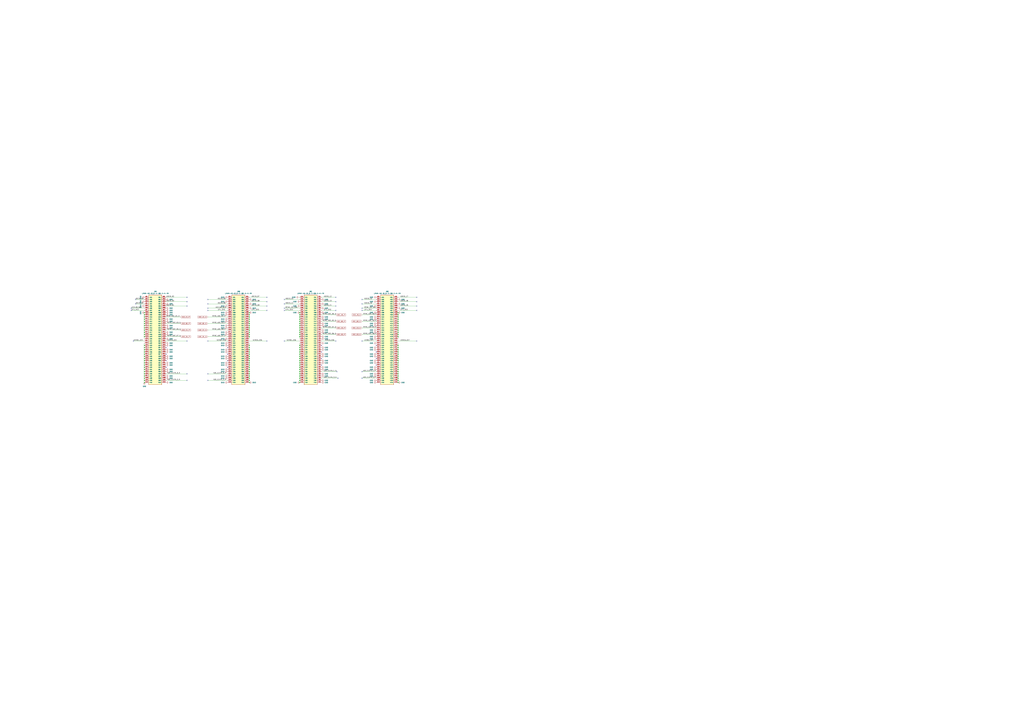
<source format=kicad_sch>
(kicad_sch (version 20211123) (generator eeschema)
  (paper "A0")
  (title_block (title "ADC CONNECTOR") (comment 1 "This is what you get when you let a comp sci do board design"))
  (junction (at 462.28 424.18))
  (junction (at 167.64 368.3))
  (junction (at 347.98 431.8))
  (junction (at 462.28 403.86))
  (junction (at 347.98 414.02))
  (junction (at 167.64 383.54))
  (junction (at 347.98 444.5))
  (junction (at 462.28 419.1))
  (junction (at 167.64 406.4))
  (junction (at 347.98 378.46))
  (junction (at 167.64 416.56))
  (junction (at 289.56 441.96))
  (junction (at 462.28 439.42))
  (junction (at 347.98 386.08))
  (junction (at 289.56 421.64))
  (junction (at 347.98 363.22))
  (junction (at 167.64 429.26))
  (junction (at 167.64 431.8))
  (junction (at 347.98 401.32))
  (junction (at 167.64 421.64))
  (junction (at 289.56 363.22))
  (junction (at 347.98 421.64))
  (junction (at 462.28 383.54))
  (junction (at 167.64 365.76))
  (junction (at 462.28 416.56))
  (junction (at 167.64 388.62))
  (junction (at 167.64 403.86))
  (junction (at 167.64 408.94))
  (junction (at 347.98 368.3))
  (junction (at 167.64 391.16))
  (junction (at 289.56 408.94))
  (junction (at 462.28 388.62))
  (junction (at 167.64 441.96))
  (junction (at 462.28 373.38))
  (junction (at 167.64 434.34))
  (junction (at 347.98 375.92))
  (junction (at 462.28 401.32))
  (junction (at 289.56 373.38))
  (junction (at 347.98 426.72))
  (junction (at 347.98 416.56))
  (junction (at 462.28 414.02))
  (junction (at 462.28 370.84))
  (junction (at 347.98 373.38))
  (junction (at 462.28 429.26))
  (junction (at 462.28 408.94))
  (junction (at 289.56 391.16))
  (junction (at 289.56 439.42))
  (junction (at 347.98 441.96))
  (junction (at 347.98 406.4))
  (junction (at 347.98 424.18))
  (junction (at 167.64 419.1))
  (junction (at 289.56 419.1))
  (junction (at 462.28 386.08))
  (junction (at 462.28 436.88))
  (junction (at 347.98 411.48))
  (junction (at 289.56 401.32))
  (junction (at 289.56 365.76))
  (junction (at 347.98 436.88))
  (junction (at 347.98 403.86))
  (junction (at 167.64 378.46))
  (junction (at 289.56 429.26))
  (junction (at 289.56 368.3))
  (junction (at 462.28 426.72))
  (junction (at 289.56 378.46))
  (junction (at 289.56 370.84))
  (junction (at 167.64 370.84))
  (junction (at 167.64 401.32))
  (junction (at 462.28 441.96))
  (junction (at 289.56 444.5))
  (junction (at 289.56 383.54))
  (junction (at 347.98 388.62))
  (junction (at 289.56 375.92))
  (junction (at 289.56 388.62))
  (junction (at 289.56 416.56))
  (junction (at 289.56 424.18))
  (junction (at 167.64 381))
  (junction (at 347.98 365.76))
  (junction (at 462.28 431.8))
  (junction (at 289.56 426.72))
  (junction (at 289.56 434.34))
  (junction (at 462.28 375.92))
  (junction (at 167.64 373.38))
  (junction (at 289.56 414.02))
  (junction (at 167.64 436.88))
  (junction (at 347.98 408.94))
  (junction (at 462.28 368.3))
  (junction (at 462.28 378.46))
  (junction (at 347.98 429.26))
  (junction (at 289.56 431.8))
  (junction (at 167.64 424.18))
  (junction (at 462.28 363.22))
  (junction (at 167.64 411.48))
  (junction (at 289.56 406.4))
  (junction (at 167.64 426.72))
  (junction (at 462.28 434.34))
  (junction (at 462.28 411.48))
  (junction (at 347.98 383.54))
  (junction (at 289.56 403.86))
  (junction (at 167.64 363.22))
  (junction (at 462.28 365.76))
  (junction (at 347.98 439.42))
  (junction (at 167.64 439.42))
  (junction (at 167.64 444.5))
  (junction (at 289.56 436.88))
  (junction (at 289.56 381))
  (junction (at 347.98 370.84))
  (junction (at 462.28 406.4))
  (junction (at 462.28 421.64))
  (junction (at 167.64 375.92))
  (junction (at 462.28 444.5))
  (junction (at 347.98 391.16))
  (junction (at 347.98 381))
  (junction (at 167.64 414.02))
  (junction (at 289.56 411.48))
  (junction (at 462.28 381))
  (junction (at 347.98 434.34))
  (junction (at 289.56 386.08))
  (junction (at 347.98 419.1))
  (junction (at 167.64 386.08))
  (junction (at 462.28 391.16))
  (no_connect (at 420.37 360.68))
  (no_connect (at 241.3 347.98))
  (no_connect (at 241.3 434.34))
  (no_connect (at 309.88 350.52))
  (no_connect (at 241.3 441.96))
  (no_connect (at 330.2 396.24))
  (no_connect (at 217.17 396.24))
  (no_connect (at 420.37 439.42))
  (no_connect (at 330.2 358.14))
  (no_connect (at 193.04 403.86))
  (no_connect (at 193.04 411.48))
  (no_connect (at 193.04 419.1))
  (no_connect (at 193.04 426.72))
  (no_connect (at 264.16 411.48))
  (no_connect (at 264.16 419.1))
  (no_connect (at 264.16 426.72))
  (no_connect (at 264.16 403.86))
  (no_connect (at 420.37 347.98))
  (no_connect (at 483.87 345.44))
  (no_connect (at 483.87 350.52))
  (no_connect (at 483.87 355.6))
  (no_connect (at 483.87 360.68))
  (no_connect (at 483.87 396.24))
  (no_connect (at 154.94 396.24))
  (no_connect (at 152.4 360.68))
  (no_connect (at 152.4 358.14))
  (no_connect (at 157.48 347.98))
  (no_connect (at 157.48 353.06))
  (no_connect (at 373.38 401.32))
  (no_connect (at 373.38 408.94))
  (no_connect (at 373.38 416.56))
  (no_connect (at 373.38 424.18))
  (no_connect (at 436.88 416.56))
  (no_connect (at 436.88 424.18))
  (no_connect (at 436.88 401.32))
  (no_connect (at 436.88 408.94))
  (no_connect (at 309.88 345.44))
  (no_connect (at 330.2 347.98))
  (no_connect (at 217.17 350.52))
  (no_connect (at 217.17 434.34))
  (no_connect (at 217.17 355.6))
  (no_connect (at 420.37 353.06))
  (no_connect (at 389.89 396.24))
  (no_connect (at 330.2 353.06))
  (no_connect (at 391.16 431.8))
  (no_connect (at 309.88 355.6))
  (no_connect (at 420.37 358.14))
  (no_connect (at 241.3 353.06))
  (no_connect (at 241.3 396.24))
  (no_connect (at 241.3 358.14))
  (no_connect (at 309.88 396.24))
  (no_connect (at 389.89 345.44))
  (no_connect (at 420.37 396.24))
  (no_connect (at 389.89 360.68))
  (no_connect (at 389.89 355.6))
  (no_connect (at 389.89 350.52))
  (no_connect (at 309.88 360.68))
  (no_connect (at 217.17 441.96))
  (no_connect (at 217.17 345.44))
  (no_connect (at 241.3 360.68))
  (no_connect (at 420.37 431.8))
  (no_connect (at 330.2 360.68))
  (no_connect (at 392.43 439.42))
  (wire (pts (xy 167.64 424.18) (xy 167.64 426.72)))
  (wire (pts (xy 462.28 408.94) (xy 462.28 411.48)))
  (wire (pts (xy 462.28 436.88) (xy 462.28 439.42)))
  (wire (pts (xy 289.56 431.8) (xy 289.56 434.34)))
  (wire (pts (xy 373.38 350.52) (xy 389.89 350.52)))
  (wire (pts (xy 167.64 408.94) (xy 167.64 411.48)))
  (wire (pts (xy 347.98 431.8) (xy 347.98 434.34)))
  (wire (pts (xy 167.64 401.32) (xy 167.64 403.86)))
  (wire (pts (xy 347.98 368.3) (xy 347.98 370.84)))
  (wire (pts (xy 289.56 355.6) (xy 309.88 355.6)))
  (wire (pts (xy 289.56 391.16) (xy 289.56 393.7)))
  (wire (pts (xy 289.56 416.56) (xy 289.56 419.1)))
  (wire (pts (xy 289.56 429.26) (xy 289.56 431.8)))
  (wire (pts (xy 289.56 436.88) (xy 289.56 439.42)))
  (wire (pts (xy 330.2 358.14) (xy 347.98 358.14)))
  (wire (pts (xy 462.28 434.34) (xy 462.28 436.88)))
  (wire (pts (xy 289.56 375.92) (xy 289.56 378.46)))
  (wire (pts (xy 389.89 373.38) (xy 373.38 373.38)))
  (wire (pts (xy 152.4 360.68) (xy 167.64 360.68)))
  (wire (pts (xy 167.64 419.1) (xy 167.64 421.64)))
  (wire (pts (xy 347.98 363.22) (xy 347.98 365.76)))
  (wire (pts (xy 193.04 355.6) (xy 217.17 355.6)))
  (wire (pts (xy 347.98 403.86) (xy 347.98 406.4)))
  (wire (pts (xy 289.56 398.78) (xy 289.56 401.32)))
  (wire (pts (xy 154.94 396.24) (xy 167.64 396.24)))
  (wire (pts (xy 373.38 431.8) (xy 391.16 431.8)))
  (wire (pts (xy 347.98 441.96) (xy 347.98 444.5)))
  (wire (pts (xy 167.64 378.46) (xy 167.64 381)))
  (wire (pts (xy 193.04 396.24) (xy 217.17 396.24)))
  (wire (pts (xy 373.38 396.24) (xy 389.89 396.24)))
  (wire (pts (xy 462.28 386.08) (xy 462.28 388.62)))
  (wire (pts (xy 289.56 365.76) (xy 289.56 368.3)))
  (wire (pts (xy 347.98 370.84) (xy 347.98 373.38)))
  (wire (pts (xy 330.2 360.68) (xy 347.98 360.68)))
  (wire (pts (xy 462.28 401.32) (xy 462.28 403.86)))
  (wire (pts (xy 289.56 424.18) (xy 289.56 426.72)))
  (wire (pts (xy 167.64 421.64) (xy 167.64 424.18)))
  (wire (pts (xy 420.37 439.42) (xy 436.88 439.42)))
  (wire (pts (xy 347.98 378.46) (xy 347.98 381)))
  (wire (pts (xy 462.28 355.6) (xy 483.87 355.6)))
  (wire (pts (xy 462.28 414.02) (xy 462.28 416.56)))
  (wire (pts (xy 347.98 383.54) (xy 347.98 386.08)))
  (wire (pts (xy 420.37 388.62) (xy 436.88 388.62)))
  (wire (pts (xy 462.28 383.54) (xy 462.28 386.08)))
  (wire (pts (xy 330.2 353.06) (xy 347.98 353.06)))
  (wire (pts (xy 289.56 381) (xy 289.56 383.54)))
  (wire (pts (xy 289.56 403.86) (xy 289.56 406.4)))
  (wire (pts (xy 167.64 363.22) (xy 167.64 365.76)))
  (wire (pts (xy 193.04 434.34) (xy 217.17 434.34)))
  (wire (pts (xy 462.28 416.56) (xy 462.28 419.1)))
  (wire (pts (xy 420.37 381) (xy 436.88 381)))
  (wire (pts (xy 289.56 421.64) (xy 289.56 424.18)))
  (wire (pts (xy 347.98 429.26) (xy 347.98 431.8)))
  (wire (pts (xy 241.3 441.96) (xy 264.16 441.96)))
  (wire (pts (xy 347.98 375.92) (xy 347.98 378.46)))
  (wire (pts (xy 347.98 373.38) (xy 347.98 375.92)))
  (wire (pts (xy 462.28 365.76) (xy 462.28 368.3)))
  (wire (pts (xy 347.98 414.02) (xy 347.98 416.56)))
  (wire (pts (xy 167.64 368.3) (xy 167.64 370.84)))
  (wire (pts (xy 289.56 408.94) (xy 289.56 411.48)))
  (wire (pts (xy 289.56 383.54) (xy 289.56 386.08)))
  (wire (pts (xy 241.3 396.24) (xy 264.16 396.24)))
  (wire (pts (xy 167.64 426.72) (xy 167.64 429.26)))
  (wire (pts (xy 420.37 365.76) (xy 436.88 365.76)))
  (wire (pts (xy 389.89 388.62) (xy 373.38 388.62)))
  (wire (pts (xy 167.64 441.96) (xy 167.64 444.5)))
  (wire (pts (xy 289.56 426.72) (xy 289.56 429.26)))
  (wire (pts (xy 373.38 355.6) (xy 389.89 355.6)))
  (wire (pts (xy 462.28 403.86) (xy 462.28 406.4)))
  (wire (pts (xy 347.98 411.48) (xy 347.98 414.02)))
  (wire (pts (xy 347.98 434.34) (xy 347.98 436.88)))
  (wire (pts (xy 462.28 406.4) (xy 462.28 408.94)))
  (wire (pts (xy 289.56 414.02) (xy 289.56 416.56)))
  (wire (pts (xy 241.3 375.92) (xy 264.16 375.92)))
  (wire (pts (xy 289.56 370.84) (xy 289.56 373.38)))
  (wire (pts (xy 167.64 416.56) (xy 167.64 419.1)))
  (wire (pts (xy 167.64 370.84) (xy 167.64 373.38)))
  (wire (pts (xy 193.04 375.92) (xy 209.55 375.92)))
  (wire (pts (xy 462.28 421.64) (xy 462.28 424.18)))
  (wire (pts (xy 420.37 396.24) (xy 436.88 396.24)))
  (wire (pts (xy 330.2 347.98) (xy 347.98 347.98)))
  (wire (pts (xy 462.28 363.22) (xy 462.28 365.76)))
  (wire (pts (xy 462.28 350.52) (xy 483.87 350.52)))
  (wire (pts (xy 241.3 347.98) (xy 264.16 347.98)))
  (wire (pts (xy 157.48 347.98) (xy 167.64 347.98)))
  (wire (pts (xy 289.56 388.62) (xy 289.56 391.16)))
  (wire (pts (xy 462.28 439.42) (xy 462.28 441.96)))
  (wire (pts (xy 241.3 434.34) (xy 264.16 434.34)))
  (wire (pts (xy 167.64 434.34) (xy 167.64 436.88)))
  (wire (pts (xy 167.64 398.78) (xy 167.64 401.32)))
  (wire (pts (xy 167.64 411.48) (xy 167.64 414.02)))
  (wire (pts (xy 462.28 391.16) (xy 462.28 393.7)))
  (wire (pts (xy 289.56 363.22) (xy 289.56 365.76)))
  (wire (pts (xy 462.28 411.48) (xy 462.28 414.02)))
  (wire (pts (xy 347.98 381) (xy 347.98 383.54)))
  (wire (pts (xy 167.64 414.02) (xy 167.64 416.56)))
  (wire (pts (xy 420.37 358.14) (xy 436.88 358.14)))
  (wire (pts (xy 373.38 360.68) (xy 389.89 360.68)))
  (wire (pts (xy 420.37 360.68) (xy 436.88 360.68)))
  (wire (pts (xy 167.64 381) (xy 167.64 383.54)))
  (wire (pts (xy 347.98 408.94) (xy 347.98 411.48)))
  (wire (pts (xy 420.37 373.38) (xy 436.88 373.38)))
  (wire (pts (xy 289.56 406.4) (xy 289.56 408.94)))
  (wire (pts (xy 167.64 373.38) (xy 167.64 375.92)))
  (wire (pts (xy 462.28 419.1) (xy 462.28 421.64)))
  (wire (pts (xy 462.28 373.38) (xy 462.28 375.92)))
  (wire (pts (xy 347.98 421.64) (xy 347.98 424.18)))
  (wire (pts (xy 347.98 388.62) (xy 347.98 391.16)))
  (wire (pts (xy 347.98 365.76) (xy 347.98 368.3)))
  (wire (pts (xy 289.56 401.32) (xy 289.56 403.86)))
  (wire (pts (xy 462.28 441.96) (xy 462.28 444.5)))
  (wire (pts (xy 289.56 378.46) (xy 289.56 381)))
  (wire (pts (xy 462.28 429.26) (xy 462.28 431.8)))
  (wire (pts (xy 152.4 358.14) (xy 167.64 358.14)))
  (wire (pts (xy 241.3 368.3) (xy 264.16 368.3)))
  (wire (pts (xy 241.3 358.14) (xy 264.16 358.14)))
  (wire (pts (xy 347.98 426.72) (xy 347.98 429.26)))
  (wire (pts (xy 289.56 411.48) (xy 289.56 414.02)))
  (wire (pts (xy 193.04 391.16) (xy 209.55 391.16)))
  (wire (pts (xy 462.28 345.44) (xy 483.87 345.44)))
  (wire (pts (xy 167.64 383.54) (xy 167.64 386.08)))
  (wire (pts (xy 389.89 365.76) (xy 373.38 365.76)))
  (wire (pts (xy 289.56 350.52) (xy 309.88 350.52)))
  (wire (pts (xy 241.3 353.06) (xy 264.16 353.06)))
  (wire (pts (xy 347.98 406.4) (xy 347.98 408.94)))
  (wire (pts (xy 167.64 365.76) (xy 167.64 368.3)))
  (wire (pts (xy 167.64 403.86) (xy 167.64 406.4)))
  (wire (pts (xy 289.56 368.3) (xy 289.56 370.84)))
  (wire (pts (xy 193.04 441.96) (xy 217.17 441.96)))
  (wire (pts (xy 289.56 360.68) (xy 309.88 360.68)))
  (wire (pts (xy 420.37 347.98) (xy 436.88 347.98)))
  (wire (pts (xy 347.98 398.78) (xy 347.98 401.32)))
  (wire (pts (xy 462.28 424.18) (xy 462.28 426.72)))
  (wire (pts (xy 373.38 439.42) (xy 392.43 439.42)))
  (wire (pts (xy 167.64 386.08) (xy 167.64 388.62)))
  (wire (pts (xy 347.98 386.08) (xy 347.98 388.62)))
  (wire (pts (xy 462.28 370.84) (xy 462.28 373.38)))
  (wire (pts (xy 373.38 345.44) (xy 389.89 345.44)))
  (wire (pts (xy 330.2 396.24) (xy 347.98 396.24)))
  (wire (pts (xy 347.98 424.18) (xy 347.98 426.72)))
  (wire (pts (xy 347.98 419.1) (xy 347.98 421.64)))
  (wire (pts (xy 420.37 353.06) (xy 436.88 353.06)))
  (wire (pts (xy 289.56 439.42) (xy 289.56 441.96)))
  (wire (pts (xy 157.48 353.06) (xy 167.64 353.06)))
  (wire (pts (xy 347.98 416.56) (xy 347.98 419.1)))
  (wire (pts (xy 167.64 406.4) (xy 167.64 408.94)))
  (wire (pts (xy 462.28 381) (xy 462.28 383.54)))
  (wire (pts (xy 389.89 381) (xy 373.38 381)))
  (wire (pts (xy 462.28 431.8) (xy 462.28 434.34)))
  (wire (pts (xy 167.64 388.62) (xy 167.64 391.16)))
  (wire (pts (xy 264.16 383.54) (xy 241.3 383.54)))
  (wire (pts (xy 193.04 383.54) (xy 209.55 383.54)))
  (wire (pts (xy 462.28 375.92) (xy 462.28 378.46)))
  (wire (pts (xy 420.37 431.8) (xy 436.88 431.8)))
  (wire (pts (xy 347.98 439.42) (xy 347.98 441.96)))
  (wire (pts (xy 289.56 419.1) (xy 289.56 421.64)))
  (wire (pts (xy 462.28 360.68) (xy 483.87 360.68)))
  (wire (pts (xy 241.3 360.68) (xy 264.16 360.68)))
  (wire (pts (xy 347.98 391.16) (xy 347.98 393.7)))
  (wire (pts (xy 167.64 436.88) (xy 167.64 439.42)))
  (wire (pts (xy 167.64 375.92) (xy 167.64 378.46)))
  (wire (pts (xy 193.04 350.52) (xy 217.17 350.52)))
  (wire (pts (xy 289.56 386.08) (xy 289.56 388.62)))
  (wire (pts (xy 193.04 345.44) (xy 217.17 345.44)))
  (wire (pts (xy 167.64 391.16) (xy 167.64 393.7)))
  (wire (pts (xy 347.98 436.88) (xy 347.98 439.42)))
  (wire (pts (xy 462.28 378.46) (xy 462.28 381)))
  (wire (pts (xy 462.28 396.24) (xy 483.87 396.24)))
  (wire (pts (xy 289.56 441.96) (xy 289.56 444.5)))
  (wire (pts (xy 289.56 396.24) (xy 309.88 396.24)))
  (wire (pts (xy 462.28 398.78) (xy 462.28 401.32)))
  (wire (pts (xy 193.04 368.3) (xy 209.55 368.3)))
  (wire (pts (xy 347.98 401.32) (xy 347.98 403.86)))
  (wire (pts (xy 167.64 429.26) (xy 167.64 431.8)))
  (wire (pts (xy 289.56 434.34) (xy 289.56 436.88)))
  (wire (pts (xy 167.64 439.42) (xy 167.64 441.96)))
  (wire (pts (xy 167.64 431.8) (xy 167.64 434.34)))
  (wire (pts (xy 462.28 426.72) (xy 462.28 429.26)))
  (wire (pts (xy 289.56 373.38) (xy 289.56 375.92)))
  (wire (pts (xy 462.28 388.62) (xy 462.28 391.16)))
  (wire (pts (xy 241.3 391.16) (xy 264.16 391.16)))
  (wire (pts (xy 346.71 345.44) (xy 347.98 345.44)))
  (wire (pts (xy 462.28 368.3) (xy 462.28 370.84)))
  (wire (pts (xy 289.56 345.44) (xy 309.88 345.44)))
  (label "ADC_CLKIN_1_N" (at 375.92 431.8 0))
  (label "UTIL_3V3" (at 422.91 360.68 0))
  (label "UTIL_3V3" (at 252.73 360.68 0))
  (label "ADCIO_00" (at 157.48 347.98 0))
  (label "RFMC_ADC_03_P" (at 246.38 375.92 0))
  (label "ADCIO_08" (at 292.1 350.52 0))
  (label "RFMC_ADC_04_P" (at 421.64 381 0))
  (label "ADCIO_15" (at 422.91 347.98 0))
  (label "ADC_CLKIN_1_P" (at 421.64 431.8 0))
  (label "ADCIO_07" (at 292.1 345.44 0))
  (label "ADCIO_11" (at 331.47 353.06 0))
  (label "ADC_CLKIN_3_P" (at 421.64 439.42 0))
  (label "RFMC_ADC_02_P" (at 421.64 373.38 0))
  (label "VCM01_226" (at 332.74 396.24 0))
  (label "ADCIO_19" (at 464.82 355.6 0))
  (label "RFMC_I2C_SDA" (at 331.47 358.14 0))
  (label "ADCIO_04" (at 193.04 355.6 0))
  (label "ADCIO_17" (at 464.82 345.44 0))
  (label "ADCIO_10" (at 331.47 347.98 0))
  (label "ADCIO_06" (at 252.73 353.06 0))
  (label "UTIL_3V3" (at 464.82 360.68 0))
  (label "VCM01_224" (at 154.94 396.24 0))
  (label "RFMC_ADC_00_P" (at 421.64 365.76 0))
  (label "ADCIO_02" (at 193.04 345.44 0))
  (label "RFMC_ADC_05_N" (at 194.31 383.54 0))
  (label "RFMC_ADC_01_P" (at 246.38 368.3 0))
  (label "ADCIO_18" (at 464.82 350.52 0))
  (label "VCM01_227" (at 422.91 396.24 0))
  (label "ADCIO_09" (at 292.1 355.6 0))
  (label "VCM23_225" (at 293.37 396.24 0))
  (label "ADCIO_14" (at 375.92 355.6 0))
  (label "RFMC_ADC_02_N" (at 374.65 373.38 0))
  (label "RFMC_ADC_03_N" (at 194.31 375.92 0))
  (label "RFMC_ADC_04_N" (at 374.8984 381 0))
  (label "RFMC_I2C_SCL" (at 422.91 358.14 0))
  (label "VCC1V8_BUS" (at 250.19 358.14 0))
  (label "ADC_CLKIN_2_P" (at 247.65 441.96 0))
  (label "ADC_CLKIN_0_N" (at 194.31 434.34 0))
  (label "RFMC_ADC_06_P" (at 421.64 388.62 0))
  (label "RFMC_ADC_06_N" (at 374.65 388.62 0))
  (label "RFMC_ADC_05_P" (at 246.38 383.54 0))
  (label "VCC1V8_BUS" (at 152.4 358.14 0))
  (label "VCM01_225" (at 251.46 396.24 0))
  (label "UTIL_3V3" (at 292.1 360.68 0))
  (label "UTIL_3V3" (at 331.47 360.68 0))
  (label "RFMC_ADC_07_N" (at 194.31 391.16 0))
  (label "ADC_CLKIN_3_N" (at 375.92 439.42 0))
  (label "UTIL_3V3" (at 152.4 360.68 0))
  (label "ADCIO_13" (at 375.92 350.52 0))
  (label "RFMC_ADC_07_P" (at 246.38 391.16 0))
  (label "ADCIO_16" (at 422.91 353.06 0))
  (label "ADCIO_05" (at 252.73 347.98 0))
  (label "ADC_CLKIN_2_N" (at 194.31 441.96 0))
  (label "RFMC_ADC_01_N" (at 193.04 368.3 0))
  (label "VCM23_224" (at 194.31 396.24 0))
  (label "ADCIO_03" (at 193.04 350.52 0))
  (label "ADC_CLKIN_0_P" (at 247.65 434.34 0))
  (label "UTIL_3V3" (at 375.92 360.68 0))
  (label "RFMC_ADC_00_N" (at 374.65 365.76 0))
  (label "ADCIO_12" (at 375.92 345.44 0))
  (label "VCM23_226" (at 377.19 396.24 0))
  (label "VCM23_227" (at 464.82 396.24 0))
  (label "ADCIO_01" (at 157.48 353.06 0))
  (global_label "ADC_B0_N" (shape input) (at 420.37 373.38 180) (property "Intersheet References" "${INTERSHEET_REFS}" (effects hide)))
  (global_label "ADC_A1_N" (shape input) (at 241.3 368.3 180) (property "Intersheet References" "${INTERSHEET_REFS}" (effects hide)))
  (global_label "ADC_C1_P" (shape input) (at 209.55 383.54 0) (property "Intersheet References" "${INTERSHEET_REFS}" (effects hide)))
  (global_label "ADC_D1_P" (shape input) (at 209.55 391.16 0) (property "Intersheet References" "${INTERSHEET_REFS}" (effects hide)))
  (global_label "ADC_B1_P" (shape input) (at 209.55 375.92 0) (property "Intersheet References" "${INTERSHEET_REFS}" (effects hide)))
  (global_label "ADC_A0_P" (shape input) (at 389.89 365.76 0) (property "Intersheet References" "${INTERSHEET_REFS}" (effects hide)))
  (global_label "ADC_C1_N" (shape input) (at 241.3 383.54 180) (property "Intersheet References" "${INTERSHEET_REFS}" (effects hide)))
  (global_label "ADC_C0_P" (shape input) (at 389.89 381 0) (property "Intersheet References" "${INTERSHEET_REFS}" (effects hide)))
  (global_label "ADC_D1_N" (shape input) (at 241.3 391.16 180) (property "Intersheet References" "${INTERSHEET_REFS}" (effects hide)))
  (global_label "ADC_B0_P" (shape input) (at 389.89 373.38 0) (property "Intersheet References" "${INTERSHEET_REFS}" (effects hide)))
  (global_label "ADC_A1_P" (shape input) (at 209.55 368.3 0) (property "Intersheet References" "${INTERSHEET_REFS}" (effects hide)))
  (global_label "ADC_D0_P" (shape input) (at 389.89 388.62 0) (property "Intersheet References" "${INTERSHEET_REFS}" (effects hide)))
  (global_label "ADC_D0_N" (shape input) (at 420.37 388.62 180) (property "Intersheet References" "${INTERSHEET_REFS}" (effects hide)))
  (global_label "ADC_A0_N" (shape input) (at 420.37 365.76 180) (property "Intersheet References" "${INTERSHEET_REFS}" (effects hide)))
  (global_label "ADC_C0_N" (shape input) (at 420.37 381 180) (property "Intersheet References" "${INTERSHEET_REFS}" (effects hide)))
  (global_label "ADC_B1_N" (shape input) (at 241.3 375.92 180) (property "Intersheet References" "${INTERSHEET_REFS}" (effects hide)))
  (symbol (lib_id "RFSoC_Frontend_v0.1-rescue:LPAM-40-01.0-X-08-X-K-TR-SAMTEC-LPAM-RFSoC_Frontend_v0.1-rescue") (at 180.34 393.7 0) (unit 1)
    (property "Reference" "J9" (at 180.34 338.6582 0))
    (property "Value" "LPAM-40-01.0-X-08-X-K-TR" (at 180.34 340.9696 0))
    (property "Footprint" "SAMTEC_LPAM-40-01.0-X-08-X-K-TR" (effects hide))
    (property "MANUFACTURER" "Samtec" (effects hide))
    (property "PARTREV" "E" (effects hide))
    (property "MAXIMUM_PACKAGE_HEIGHT" "3.68mm" (effects hide))
    (property "STANDARD" "Manufacturer Recommendations" (effects hide))
  )
  (symbol (lib_id "RFSoC_Frontend_v0.1-rescue:LPAM-40-01.0-X-08-X-K-TR-SAMTEC-LPAM-RFSoC_Frontend_v0.1-rescue") (at 276.86 393.7 0) (unit 2)
    (property "Reference" "J9" (at 276.86 338.6582 0))
    (property "Value" "LPAM-40-01.0-X-08-X-K-TR" (at 276.86 340.9696 0))
    (property "Footprint" "SAMTEC_LPAM-40-01.0-X-08-X-K-TR" (effects hide))
    (property "MANUFACTURER" "Samtec" (effects hide))
    (property "PARTREV" "E" (effects hide))
    (property "MAXIMUM_PACKAGE_HEIGHT" "3.68mm" (effects hide))
    (property "STANDARD" "Manufacturer Recommendations" (effects hide))
  )
  (symbol (lib_id "RFSoC_Frontend_v0.1-rescue:LPAM-40-01.0-X-08-X-K-TR-SAMTEC-LPAM-RFSoC_Frontend_v0.1-rescue") (at 360.68 393.7 0) (unit 3)
    (property "Reference" "J9" (at 360.68 338.6582 0))
    (property "Value" "LPAM-40-01.0-X-08-X-K-TR" (at 360.68 340.9696 0))
    (property "Footprint" "SAMTEC_LPAM-40-01.0-X-08-X-K-TR" (effects hide))
    (property "MANUFACTURER" "Samtec" (effects hide))
    (property "PARTREV" "E" (effects hide))
    (property "MAXIMUM_PACKAGE_HEIGHT" "3.68mm" (effects hide))
    (property "STANDARD" "Manufacturer Recommendations" (effects hide))
  )
  (symbol (lib_id "RFSoC_Frontend_v0.1-rescue:LPAM-40-01.0-X-08-X-K-TR-SAMTEC-LPAM-RFSoC_Frontend_v0.1-rescue") (at 449.58 393.7 0) (unit 4)
    (property "Reference" "J9" (at 449.58 338.6582 0))
    (property "Value" "LPAM-40-01.0-X-08-X-K-TR" (at 449.58 340.9696 0))
    (property "Footprint" "SAMTEC_LPAM-40-01.0-X-08-X-K-TR" (effects hide))
    (property "MANUFACTURER" "Samtec" (effects hide))
    (property "PARTREV" "E" (effects hide))
    (property "MAXIMUM_PACKAGE_HEIGHT" "3.68mm" (effects hide))
    (property "STANDARD" "Manufacturer Recommendations" (effects hide))
  )
  (symbol (lib_id "power:GND") (at 167.64 444.5 0) (unit 1)
    (property "Reference" "#PWR035" (effects hide))
    (property "Value" "GND" (at 167.767 448.8942 0))
  )
  (symbol (lib_id "power:GND") (at 462.28 363.22 90) (unit 1)
    (property "Reference" "#PWR0162" (effects hide))
    (property "Value" "GND" (at 469.9 363.22 90) (effects (justify left)))
  )
  (symbol (lib_id "power:GND") (at 193.04 381 90) (unit 1)
    (property "Reference" "#PWR0221" (effects hide))
    (property "Value" "GND" (at 200.66 381 90) (effects (justify left)))
  )
  (symbol (lib_id "power:GND") (at 436.88 398.78 270) (unit 1)
    (property "Reference" "#PWR0200" (effects hide))
    (property "Value" "GND" (at 429.26 398.78 90) (effects (justify left)))
  )
  (symbol (lib_id "power:GND") (at 373.38 393.7 90) (unit 1)
    (property "Reference" "#PWR0176" (effects hide))
    (property "Value" "GND" (at 381 393.7 90) (effects (justify left)))
  )
  (symbol (lib_id "power:GND") (at 347.98 363.22 270) (unit 1)
    (property "Reference" "#PWR0109" (effects hide))
    (property "Value" "GND" (at 340.36 363.22 90) (effects (justify left)))
  )
  (symbol (lib_id "power:GND") (at 436.88 436.88 270) (unit 1)
    (property "Reference" "#PWR0197" (effects hide))
    (property "Value" "GND" (at 429.26 436.88 90) (effects (justify left)))
  )
  (symbol (lib_id "power:GND") (at 264.16 350.52 270) (unit 1)
    (property "Reference" "#PWR0139" (effects hide))
    (property "Value" "GND" (at 256.54 350.52 90) (effects (justify left)))
  )
  (symbol (lib_id "power:GND") (at 264.16 363.22 270) (unit 1)
    (property "Reference" "#PWR0142" (effects hide))
    (property "Value" "GND" (at 256.54 363.22 90) (effects (justify left)))
  )
  (symbol (lib_id "power:GND") (at 373.38 436.88 90) (unit 1)
    (property "Reference" "#PWR0154" (effects hide))
    (property "Value" "GND" (at 381 436.88 90) (effects (justify left)))
  )
  (symbol (lib_id "power:GND") (at 373.38 370.84 90) (unit 1)
    (property "Reference" "#PWR0166" (effects hide))
    (property "Value" "GND" (at 381 370.84 90) (effects (justify left)))
  )
  (symbol (lib_id "power:GND") (at 264.16 408.94 270) (unit 1)
    (property "Reference" "#PWR0130" (effects hide))
    (property "Value" "GND" (at 256.54 408.94 90) (effects (justify left)))
  )
  (symbol (lib_id "power:GND") (at 373.38 358.14 90) (unit 1)
    (property "Reference" "#PWR0168" (effects hide))
    (property "Value" "GND" (at 381 358.14 90) (effects (justify left)))
  )
  (symbol (lib_id "power:GND") (at 436.88 375.92 270) (unit 1)
    (property "Reference" "#PWR0186" (effects hide))
    (property "Value" "GND" (at 429.26 375.92 90) (effects (justify left)))
  )
  (symbol (lib_id "power:GND") (at 264.16 429.26 270) (unit 1)
    (property "Reference" "#PWR0137" (effects hide))
    (property "Value" "GND" (at 256.54 429.26 90) (effects (justify left)))
  )
  (symbol (lib_id "power:GND") (at 289.56 358.14 90) (unit 1)
    (property "Reference" "#PWR0120" (effects hide))
    (property "Value" "GND" (at 297.18 358.14 90) (effects (justify left)))
  )
  (symbol (lib_id "power:GND") (at 264.16 393.7 270) (unit 1)
    (property "Reference" "#PWR0132" (effects hide))
    (property "Value" "GND" (at 256.54 393.7 90) (effects (justify left)))
  )
  (symbol (lib_id "power:GND") (at 373.38 419.1 90) (unit 1)
    (property "Reference" "#PWR0150" (effects hide))
    (property "Value" "GND" (at 381 419.1 90) (effects (justify left)))
  )
  (symbol (lib_id "power:GND") (at 193.04 393.7 90) (unit 1)
    (property "Reference" "#PWR0217" (effects hide))
    (property "Value" "GND" (at 200.66 393.7 90) (effects (justify left)))
  )
  (symbol (lib_id "power:GND") (at 193.04 414.02 90) (unit 1)
    (property "Reference" "#PWR0204" (effects hide))
    (property "Value" "GND" (at 200.66 414.02 90) (effects (justify left)))
  )
  (symbol (lib_id "power:GND") (at 264.16 386.08 270) (unit 1)
    (property "Reference" "#PWR0143" (effects hide))
    (property "Value" "GND" (at 256.54 386.08 90) (effects (justify left)))
  )
  (symbol (lib_id "power:GND") (at 373.38 353.06 90) (unit 1)
    (property "Reference" "#PWR0170" (effects hide))
    (property "Value" "GND" (at 381 353.06 90) (effects (justify left)))
  )
  (symbol (lib_id "power:GND") (at 264.16 436.88 270) (unit 1)
    (property "Reference" "#PWR0135" (effects hide))
    (property "Value" "GND" (at 256.54 436.88 90) (effects (justify left)))
  )
  (symbol (lib_id "power:GND") (at 373.38 426.72 90) (unit 1)
    (property "Reference" "#PWR0152" (effects hide))
    (property "Value" "GND" (at 381 426.72 90) (effects (justify left)))
  )
  (symbol (lib_id "power:GND") (at 373.38 434.34 90) (unit 1)
    (property "Reference" "#PWR0155" (effects hide))
    (property "Value" "GND" (at 381 434.34 90) (effects (justify left)))
  )
  (symbol (lib_id "power:GND") (at 436.88 419.1 270) (unit 1)
    (property "Reference" "#PWR0190" (effects hide))
    (property "Value" "GND" (at 429.26 419.1 90) (effects (justify left)))
  )
  (symbol (lib_id "power:GND") (at 193.04 360.68 90) (unit 1)
    (property "Reference" "#PWR0225" (effects hide))
    (property "Value" "GND" (at 200.66 360.68 90) (effects (justify left)))
  )
  (symbol (lib_id "power:GND") (at 264.16 414.02 270) (unit 1)
    (property "Reference" "#PWR0126" (effects hide))
    (property "Value" "GND" (at 256.54 414.02 90) (effects (justify left)))
  )
  (symbol (lib_id "power:GND") (at 193.04 363.22 90) (unit 1)
    (property "Reference" "#PWR0223" (effects hide))
    (property "Value" "GND" (at 200.66 363.22 90) (effects (justify left)))
  )
  (symbol (lib_id "power:GND") (at 436.88 414.02 270) (unit 1)
    (property "Reference" "#PWR0193" (effects hide))
    (property "Value" "GND" (at 429.26 414.02 90) (effects (justify left)))
  )
  (symbol (lib_id "power:GND") (at 289.56 353.06 90) (unit 1)
    (property "Reference" "#PWR0122" (effects hide))
    (property "Value" "GND" (at 297.18 353.06 90) (effects (justify left)))
  )
  (symbol (lib_id "power:GND") (at 193.04 429.26 90) (unit 1)
    (property "Reference" "#PWR0207" (effects hide))
    (property "Value" "GND" (at 200.66 429.26 90) (effects (justify left)))
  )
  (symbol (lib_id "power:GND") (at 436.88 370.84 270) (unit 1)
    (property "Reference" "#PWR0184" (effects hide))
    (property "Value" "GND" (at 429.26 370.84 90) (effects (justify left)))
  )
  (symbol (lib_id "power:GND") (at 436.88 355.6 270) (unit 1)
    (property "Reference" "#PWR0179" (effects hide))
    (property "Value" "GND" (at 429.26 355.6 90) (effects (justify left)))
  )
  (symbol (lib_id "power:GND") (at 167.64 363.22 270) (unit 1)
    (property "Reference" "#PWR0231" (effects hide))
    (property "Value" "GND" (at 163.2458 363.347 0))
  )
  (symbol (lib_id "power:GND") (at 193.04 373.38 90) (unit 1)
    (property "Reference" "#PWR0216" (effects hide))
    (property "Value" "GND" (at 200.66 373.38 90) (effects (justify left)))
  )
  (symbol (lib_id "power:GND") (at 436.88 441.96 270) (unit 1)
    (property "Reference" "#PWR0196" (effects hide))
    (property "Value" "GND" (at 429.26 441.96 90) (effects (justify left)))
  )
  (symbol (lib_id "power:GND") (at 373.38 386.08 90) (unit 1)
    (property "Reference" "#PWR0175" (effects hide))
    (property "Value" "GND" (at 381 386.08 90) (effects (justify left)))
  )
  (symbol (lib_id "power:GND") (at 436.88 378.46 270) (unit 1)
    (property "Reference" "#PWR0183" (effects hide))
    (property "Value" "GND" (at 429.26 378.46 90) (effects (justify left)))
  )
  (symbol (lib_id "power:GND") (at 436.88 434.34 270) (unit 1)
    (property "Reference" "#PWR0195" (effects hide))
    (property "Value" "GND" (at 429.26 434.34 90) (effects (justify left)))
  )
  (symbol (lib_id "power:GND") (at 373.38 429.26 90) (unit 1)
    (property "Reference" "#PWR0153" (effects hide))
    (property "Value" "GND" (at 381 429.26 90) (effects (justify left)))
  )
  (symbol (lib_id "power:GND") (at 193.04 398.78 90) (unit 1)
    (property "Reference" "#PWR0212" (effects hide))
    (property "Value" "GND" (at 200.66 398.78 90) (effects (justify left)))
  )
  (symbol (lib_id "power:GND") (at 462.28 353.06 90) (unit 1)
    (property "Reference" "#PWR0163" (effects hide))
    (property "Value" "GND" (at 469.9 353.06 90) (effects (justify left)))
  )
  (symbol (lib_id "power:GND") (at 289.56 347.98 90) (unit 1)
    (property "Reference" "#PWR0121" (effects hide))
    (property "Value" "GND" (at 297.18 347.98 90) (effects (justify left)))
  )
  (symbol (lib_id "power:GND") (at 193.04 358.14 90) (unit 1)
    (property "Reference" "#PWR0218" (effects hide))
    (property "Value" "GND" (at 200.66 358.14 90) (effects (justify left)))
  )
  (symbol (lib_id "power:GND") (at 462.28 358.14 90) (unit 1)
    (property "Reference" "#PWR0161" (effects hide))
    (property "Value" "GND" (at 469.9 358.14 90) (effects (justify left)))
  )
  (symbol (lib_id "power:GND") (at 373.38 368.3 90) (unit 1)
    (property "Reference" "#PWR0165" (effects hide))
    (property "Value" "GND" (at 381 368.3 90) (effects (justify left)))
  )
  (symbol (lib_id "power:GND") (at 193.04 431.8 90) (unit 1)
    (property "Reference" "#PWR0203" (effects hide))
    (property "Value" "GND" (at 200.66 431.8 90) (effects (justify left)))
  )
  (symbol (lib_id "power:GND") (at 264.16 370.84 270) (unit 1)
    (property "Reference" "#PWR0146" (effects hide))
    (property "Value" "GND" (at 256.54 370.84 90) (effects (justify left)))
  )
  (symbol (lib_id "power:GND") (at 264.16 439.42 270) (unit 1)
    (property "Reference" "#PWR0134" (effects hide))
    (property "Value" "GND" (at 256.54 439.42 90) (effects (justify left)))
  )
  (symbol (lib_id "power:GND") (at 167.64 355.6 270) (unit 1)
    (property "Reference" "#PWR0232" (effects hide))
    (property "Value" "GND" (at 163.2458 355.727 0))
  )
  (symbol (lib_id "power:GND") (at 436.88 393.7 270) (unit 1)
    (property "Reference" "#PWR0177" (effects hide))
    (property "Value" "GND" (at 429.26 393.7 90) (effects (justify left)))
  )
  (symbol (lib_id "power:GND") (at 436.88 426.72 270) (unit 1)
    (property "Reference" "#PWR0194" (effects hide))
    (property "Value" "GND" (at 429.26 426.72 90) (effects (justify left)))
  )
  (symbol (lib_id "power:GND") (at 373.38 347.98 90) (unit 1)
    (property "Reference" "#PWR0171" (effects hide))
    (property "Value" "GND" (at 381 347.98 90) (effects (justify left)))
  )
  (symbol (lib_id "power:GND") (at 193.04 424.18 90) (unit 1)
    (property "Reference" "#PWR0205" (effects hide))
    (property "Value" "GND" (at 200.66 424.18 90) (effects (justify left)))
  )
  (symbol (lib_id "power:GND") (at 193.04 444.5 90) (unit 1)
    (property "Reference" "#PWR0215" (effects hide))
    (property "Value" "GND" (at 200.66 444.5 90) (effects (justify left)))
  )
  (symbol (lib_id "power:GND") (at 373.38 383.54 90) (unit 1)
    (property "Reference" "#PWR0167" (effects hide))
    (property "Value" "GND" (at 381 383.54 90) (effects (justify left)))
  )
  (symbol (lib_id "power:GND") (at 264.16 398.78 270) (unit 1)
    (property "Reference" "#PWR0125" (effects hide))
    (property "Value" "GND" (at 256.54 398.78 90) (effects (justify left)))
  )
  (symbol (lib_id "power:GND") (at 264.16 388.62 270) (unit 1)
    (property "Reference" "#PWR0138" (effects hide))
    (property "Value" "GND" (at 256.54 388.62 90) (effects (justify left)))
  )
  (symbol (lib_id "power:GND") (at 373.38 378.46 90) (unit 1)
    (property "Reference" "#PWR0172" (effects hide))
    (property "Value" "GND" (at 381 378.46 90) (effects (justify left)))
  )
  (symbol (lib_id "power:GND") (at 167.64 345.44 270) (unit 1)
    (property "Reference" "#PWR0229" (effects hide))
    (property "Value" "GND" (at 163.2458 345.567 0))
  )
  (symbol (lib_id "power:GND") (at 436.88 386.08 270) (unit 1)
    (property "Reference" "#PWR0181" (effects hide))
    (property "Value" "GND" (at 429.26 386.08 90) (effects (justify left)))
  )
  (symbol (lib_id "power:GND") (at 264.16 406.4 270) (unit 1)
    (property "Reference" "#PWR0123" (effects hide))
    (property "Value" "GND" (at 256.54 406.4 90) (effects (justify left)))
  )
  (symbol (lib_id "power:GND") (at 436.88 421.64 270) (unit 1)
    (property "Reference" "#PWR0189" (effects hide))
    (property "Value" "GND" (at 429.26 421.64 90) (effects (justify left)))
  )
  (symbol (lib_id "power:GND") (at 373.38 406.4 90) (unit 1)
    (property "Reference" "#PWR0158" (effects hide))
    (property "Value" "GND" (at 381 406.4 90) (effects (justify left)))
  )
  (symbol (lib_id "power:GND") (at 193.04 421.64 90) (unit 1)
    (property "Reference" "#PWR0206" (effects hide))
    (property "Value" "GND" (at 200.66 421.64 90) (effects (justify left)))
  )
  (symbol (lib_id "power:GND") (at 373.38 398.78 90) (unit 1)
    (property "Reference" "#PWR0159" (effects hide))
    (property "Value" "GND" (at 381 398.78 90) (effects (justify left)))
  )
  (symbol (lib_id "power:GND") (at 264.16 416.56 270) (unit 1)
    (property "Reference" "#PWR0128" (effects hide))
    (property "Value" "GND" (at 256.54 416.56 90) (effects (justify left)))
  )
  (symbol (lib_id "power:GND") (at 264.16 421.64 270) (unit 1)
    (property "Reference" "#PWR0127" (effects hide))
    (property "Value" "GND" (at 256.54 421.64 90) (effects (justify left)))
  )
  (symbol (lib_id "power:GND") (at 462.28 444.5 90) (unit 1)
    (property "Reference" "#PWR0188" (effects hide))
    (property "Value" "GND" (at 469.9 444.5 90) (effects (justify left)))
  )
  (symbol (lib_id "power:GND") (at 264.16 378.46 270) (unit 1)
    (property "Reference" "#PWR0145" (effects hide))
    (property "Value" "GND" (at 256.54 378.46 90) (effects (justify left)))
  )
  (symbol (lib_id "power:GND") (at 436.88 345.44 270) (unit 1)
    (property "Reference" "#PWR0199" (effects hide))
    (property "Value" "GND" (at 429.26 345.44 90) (effects (justify left)))
  )
  (symbol (lib_id "power:GND") (at 436.88 429.26 270) (unit 1)
    (property "Reference" "#PWR0198" (effects hide))
    (property "Value" "GND" (at 429.26 429.26 90) (effects (justify left)))
  )
  (symbol (lib_id "power:GND") (at 373.38 421.64 90) (unit 1)
    (property "Reference" "#PWR0148" (effects hide))
    (property "Value" "GND" (at 381 421.64 90) (effects (justify left)))
  )
  (symbol (lib_id "power:GND") (at 436.88 383.54 270) (unit 1)
    (property "Reference" "#PWR0182" (effects hide))
    (property "Value" "GND" (at 429.26 383.54 90) (effects (justify left)))
  )
  (symbol (lib_id "power:GND") (at 462.28 347.98 90) (unit 1)
    (property "Reference" "#PWR0164" (effects hide))
    (property "Value" "GND" (at 469.9 347.98 90) (effects (justify left)))
  )
  (symbol (lib_id "power:GND") (at 436.88 406.4 270) (unit 1)
    (property "Reference" "#PWR0192" (effects hide))
    (property "Value" "GND" (at 429.26 406.4 90) (effects (justify left)))
  )
  (symbol (lib_id "power:GND") (at 436.88 411.48 270) (unit 1)
    (property "Reference" "#PWR0191" (effects hide))
    (property "Value" "GND" (at 429.26 411.48 90) (effects (justify left)))
  )
  (symbol (lib_id "power:GND") (at 193.04 386.08 90) (unit 1)
    (property "Reference" "#PWR0220" (effects hide))
    (property "Value" "GND" (at 200.66 386.08 90) (effects (justify left)))
  )
  (symbol (lib_id "power:GND") (at 347.98 350.52 270) (unit 1)
    (property "Reference" "#PWR0116" (effects hide))
    (property "Value" "GND" (at 340.36 350.52 90) (effects (justify left)))
  )
  (symbol (lib_id "power:GND") (at 289.56 363.22 90) (unit 1)
    (property "Reference" "#PWR0118" (effects hide))
    (property "Value" "GND" (at 297.18 363.22 90) (effects (justify left)))
  )
  (symbol (lib_id "power:GND") (at 193.04 439.42 90) (unit 1)
    (property "Reference" "#PWR0209" (effects hide))
    (property "Value" "GND" (at 200.66 439.42 90) (effects (justify left)))
  )
  (symbol (lib_id "power:GND") (at 436.88 391.16 270) (unit 1)
    (property "Reference" "#PWR0178" (effects hide))
    (property "Value" "GND" (at 429.26 391.16 90) (effects (justify left)))
  )
  (symbol (lib_id "power:GND") (at 264.16 355.6 270) (unit 1)
    (property "Reference" "#PWR0140" (effects hide))
    (property "Value" "GND" (at 256.54 355.6 90) (effects (justify left)))
  )
  (symbol (lib_id "power:GND") (at 373.38 441.96 90) (unit 1)
    (property "Reference" "#PWR0156" (effects hide))
    (property "Value" "GND" (at 381 441.96 90) (effects (justify left)))
  )
  (symbol (lib_id "power:GND") (at 373.38 363.22 90) (unit 1)
    (property "Reference" "#PWR0169" (effects hide))
    (property "Value" "GND" (at 381 363.22 90) (effects (justify left)))
  )
  (symbol (lib_id "power:GND") (at 264.16 431.8 270) (unit 1)
    (property "Reference" "#PWR0136" (effects hide))
    (property "Value" "GND" (at 256.54 431.8 90) (effects (justify left)))
  )
  (symbol (lib_id "power:GND") (at 193.04 388.62 90) (unit 1)
    (property "Reference" "#PWR0222" (effects hide))
    (property "Value" "GND" (at 200.66 388.62 90) (effects (justify left)))
  )
  (symbol (lib_id "power:GND") (at 436.88 444.5 270) (unit 1)
    (property "Reference" "#PWR0202" (effects hide))
    (property "Value" "GND" (at 429.26 444.5 90) (effects (justify left)))
  )
  (symbol (lib_id "power:GND") (at 193.04 401.32 90) (unit 1)
    (property "Reference" "#PWR0213" (effects hide))
    (property "Value" "GND" (at 200.66 401.32 90) (effects (justify left)))
  )
  (symbol (lib_id "power:GND") (at 193.04 353.06 90) (unit 1)
    (property "Reference" "#PWR0227" (effects hide))
    (property "Value" "GND" (at 200.66 353.06 90) (effects (justify left)))
  )
  (symbol (lib_id "power:GND") (at 373.38 444.5 90) (unit 1)
    (property "Reference" "#PWR0157" (effects hide))
    (property "Value" "GND" (at 381 444.5 90) (effects (justify left)))
  )
  (symbol (lib_id "power:GND") (at 373.38 414.02 90) (unit 1)
    (property "Reference" "#PWR0149" (effects hide))
    (property "Value" "GND" (at 381 414.02 90) (effects (justify left)))
  )
  (symbol (lib_id "power:GND") (at 373.38 403.86 90) (unit 1)
    (property "Reference" "#PWR0160" (effects hide))
    (property "Value" "GND" (at 381 403.86 90) (effects (justify left)))
  )
  (symbol (lib_id "power:GND") (at 373.38 411.48 90) (unit 1)
    (property "Reference" "#PWR0151" (effects hide))
    (property "Value" "GND" (at 381 411.48 90) (effects (justify left)))
  )
  (symbol (lib_id "power:GND") (at 346.71 345.44 270) (unit 1)
    (property "Reference" "#PWR0117" (effects hide))
    (property "Value" "GND" (at 339.09 345.44 90) (effects (justify left)))
  )
  (symbol (lib_id "power:GND") (at 436.88 403.86 270) (unit 1)
    (property "Reference" "#PWR0201" (effects hide))
    (property "Value" "GND" (at 429.26 403.86 90) (effects (justify left)))
  )
  (symbol (lib_id "power:GND") (at 193.04 408.94 90) (unit 1)
    (property "Reference" "#PWR0214" (effects hide))
    (property "Value" "GND" (at 200.66 408.94 90) (effects (justify left)))
  )
  (symbol (lib_id "power:GND") (at 193.04 406.4 90) (unit 1)
    (property "Reference" "#PWR0211" (effects hide))
    (property "Value" "GND" (at 200.66 406.4 90) (effects (justify left)))
  )
  (symbol (lib_id "power:GND") (at 264.16 444.5 270) (unit 1)
    (property "Reference" "#PWR0133" (effects hide))
    (property "Value" "GND" (at 256.54 444.5 90) (effects (justify left)))
  )
  (symbol (lib_id "power:GND") (at 193.04 436.88 90) (unit 1)
    (property "Reference" "#PWR0210" (effects hide))
    (property "Value" "GND" (at 200.66 436.88 90) (effects (justify left)))
  )
  (symbol (lib_id "power:GND") (at 347.98 444.5 270) (unit 1)
    (property "Reference" "#PWR0107" (effects hide))
    (property "Value" "GND" (at 340.36 444.5 90) (effects (justify left)))
  )
  (symbol (lib_id "power:GND") (at 193.04 370.84 90) (unit 1)
    (property "Reference" "#PWR0224" (effects hide))
    (property "Value" "GND" (at 200.66 370.84 90) (effects (justify left)))
  )
  (symbol (lib_id "power:GND") (at 264.16 381 270) (unit 1)
    (property "Reference" "#PWR0144" (effects hide))
    (property "Value" "GND" (at 256.54 381 90) (effects (justify left)))
  )
  (symbol (lib_id "power:GND") (at 264.16 424.18 270) (unit 1)
    (property "Reference" "#PWR0129" (effects hide))
    (property "Value" "GND" (at 256.54 424.18 90) (effects (justify left)))
  )
  (symbol (lib_id "power:GND") (at 193.04 378.46 90) (unit 1)
    (property "Reference" "#PWR0219" (effects hide))
    (property "Value" "GND" (at 200.66 378.46 90) (effects (justify left)))
  )
  (symbol (lib_id "power:GND") (at 264.16 345.44 270) (unit 1)
    (property "Reference" "#PWR0131" (effects hide))
    (property "Value" "GND" (at 256.54 345.44 90) (effects (justify left)))
  )
  (symbol (lib_id "power:GND") (at 373.38 391.16 90) (unit 1)
    (property "Reference" "#PWR0174" (effects hide))
    (property "Value" "GND" (at 381 391.16 90) (effects (justify left)))
  )
  (symbol (lib_id "power:GND") (at 264.16 373.38 270) (unit 1)
    (property "Reference" "#PWR0147" (effects hide))
    (property "Value" "GND" (at 256.54 373.38 90) (effects (justify left)))
  )
  (symbol (lib_id "power:GND") (at 436.88 363.22 270) (unit 1)
    (property "Reference" "#PWR0185" (effects hide))
    (property "Value" "GND" (at 429.26 363.22 90) (effects (justify left)))
  )
  (symbol (lib_id "power:GND") (at 193.04 365.76 90) (unit 1)
    (property "Reference" "#PWR0226" (effects hide))
    (property "Value" "GND" (at 200.66 365.76 90) (effects (justify left)))
  )
  (symbol (lib_id "power:GND") (at 167.64 350.52 270) (unit 1)
    (property "Reference" "#PWR0230" (effects hide))
    (property "Value" "GND" (at 163.2458 350.647 0))
  )
  (symbol (lib_id "power:GND") (at 264.16 401.32 270) (unit 1)
    (property "Reference" "#PWR0124" (effects hide))
    (property "Value" "GND" (at 256.54 401.32 90) (effects (justify left)))
  )
  (symbol (lib_id "power:GND") (at 373.38 375.92 90) (unit 1)
    (property "Reference" "#PWR0173" (effects hide))
    (property "Value" "GND" (at 381 375.92 90) (effects (justify left)))
  )
  (symbol (lib_id "power:GND") (at 436.88 368.3 270) (unit 1)
    (property "Reference" "#PWR0187" (effects hide))
    (property "Value" "GND" (at 429.26 368.3 90) (effects (justify left)))
  )
  (symbol (lib_id "power:GND") (at 347.98 355.6 270) (unit 1)
    (property "Reference" "#PWR0108" (effects hide))
    (property "Value" "GND" (at 340.36 355.6 90) (effects (justify left)))
  )
  (symbol (lib_id "power:GND") (at 436.88 350.52 270) (unit 1)
    (property "Reference" "#PWR0180" (effects hide))
    (property "Value" "GND" (at 429.26 350.52 90) (effects (justify left)))
  )
  (symbol (lib_id "power:GND") (at 193.04 416.56 90) (unit 1)
    (property "Reference" "#PWR0208" (effects hide))
    (property "Value" "GND" (at 200.66 416.56 90) (effects (justify left)))
  )
  (symbol (lib_id "power:GND") (at 289.56 444.5 90) (unit 1)
    (property "Reference" "#PWR0106" (effects hide))
    (property "Value" "GND" (at 297.18 444.5 90) (effects (justify left)))
  )
  (symbol (lib_id "power:GND") (at 264.16 365.76 270) (unit 1)
    (property "Reference" "#PWR0141" (effects hide))
    (property "Value" "GND" (at 256.54 365.76 90) (effects (justify left)))
  )
  (symbol (lib_id "power:GND") (at 193.04 347.98 90) (unit 1)
    (property "Reference" "#PWR0228" (effects hide))
    (property "Value" "GND" (at 200.66 347.98 90) (effects (justify left)))
  )
)
</source>
